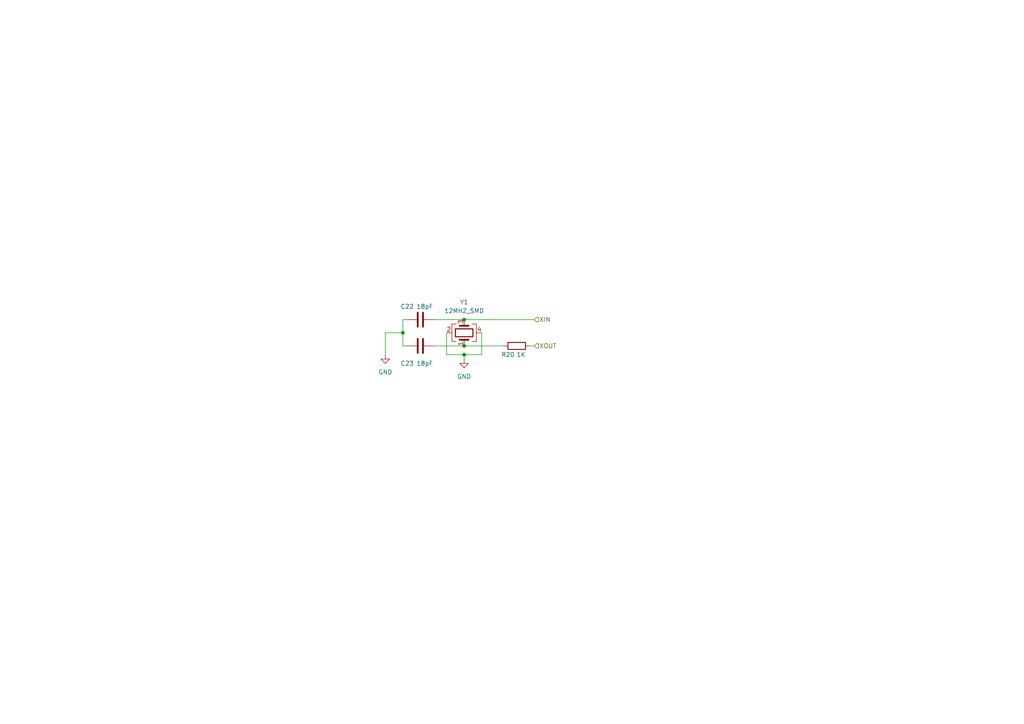
<source format=kicad_sch>
(kicad_sch (version 20211123) (generator eeschema)
  (paper "A4")
  (lib_symbols
    (symbol "Device:C" (pin_numbers hide) (pin_names (offset 0.254))
      (property "Reference" "C" (at 0.635 2.54 0))
      (property "Value" "C" (at 0.635 -2.54 0))
      (symbol "C_0_1"
        (polyline (pts (xy -2.032 -0.762) (xy 2.032 -0.762)) (stroke (width 0.508)))
        (polyline (pts (xy -2.032 0.762) (xy 2.032 0.762)) (stroke (width 0.508)))
      )
      (symbol "C_1_1"
        (pin passive line (at 0 3.81 270) (length 2.794) (name "~") (number "1"))
        (pin passive line (at 0 -3.81 90) (length 2.794) (name "~") (number "2"))
      )
    )
    (symbol "Device:Crystal_GND24" (pin_names (offset 1.016) hide)
      (property "Reference" "Y" (at 3.175 5.08 0))
      (property "Value" "Crystal_GND24" (at 3.175 3.175 0))
      (symbol "Crystal_GND24_0_1"
        (rectangle (start -1.143 2.54) (end 1.143 -2.54) (stroke (width 0.3048)))
        (polyline (pts (xy -2.54 0) (xy -2.032 0)))
        (polyline (pts (xy -2.032 -1.27) (xy -2.032 1.27)) (stroke (width 0.508)))
        (polyline (pts (xy 0 -3.81) (xy 0 -3.556)))
        (polyline (pts (xy 0 3.556) (xy 0 3.81)))
        (polyline (pts (xy 2.032 -1.27) (xy 2.032 1.27)) (stroke (width 0.508)))
        (polyline (pts (xy 2.032 0) (xy 2.54 0)))
        (polyline (pts (xy -2.54 -2.286) (xy -2.54 -3.556) (xy 2.54 -3.556) (xy 2.54 -2.286)))
        (polyline (pts (xy -2.54 2.286) (xy -2.54 3.556) (xy 2.54 3.556) (xy 2.54 2.286)))
      )
      (symbol "Crystal_GND24_1_1"
        (pin passive line (at -3.81 0 0) (length 1.27) (name "1") (number "1"))
        (pin passive line (at 0 5.08 270) (length 1.27) (name "2") (number "2"))
        (pin passive line (at 3.81 0 180) (length 1.27) (name "3") (number "3"))
        (pin passive line (at 0 -5.08 90) (length 1.27) (name "4") (number "4"))
      )
    )
    (symbol "Device:R" (pin_numbers hide) (pin_names (offset 0))
      (property "Reference" "R" (at 2.032 0 90))
      (property "Value" "R" (at 0 0 90))
      (symbol "R_0_1"
        (rectangle (start -1.016 -2.54) (end 1.016 2.54) (stroke (width 0.254)))
      )
      (symbol "R_1_1"
        (pin passive line (at 0 3.81 270) (length 1.27) (name "~") (number "1"))
        (pin passive line (at 0 -3.81 90) (length 1.27) (name "~") (number "2"))
      )
    )
    (symbol "power:GND" (power) (pin_names (offset 0))
      (property "Value" "GND" (at 0 -3.81 0))
      (symbol "GND_0_1"
        (polyline (pts (xy 0 0) (xy 0 -1.27) (xy 1.27 -1.27) (xy 0 -2.54) (xy -1.27 -1.27) (xy 0 -1.27)))
      )
      (symbol "GND_1_1"
        (pin power_in line (at 0 0 270) (length 0) hide (name "GND") (number "1"))
      )
    )
  )
  (junction (at 134.62 102.87))
  (junction (at 134.62 92.71))
  (junction (at 116.84 96.52))
  (junction (at 134.62 100.33))
  (wire (pts (xy 139.7 102.87) (xy 134.62 102.87)))
  (wire (pts (xy 116.84 100.33) (xy 116.84 96.52)))
  (wire (pts (xy 129.54 96.52) (xy 129.54 102.87)))
  (wire (pts (xy 116.84 96.52) (xy 111.76 96.52)))
  (wire (pts (xy 134.62 100.33) (xy 146.05 100.33)))
  (wire (pts (xy 134.62 102.87) (xy 129.54 102.87)))
  (wire (pts (xy 116.84 92.71) (xy 118.11 92.71)))
  (wire (pts (xy 139.7 96.52) (xy 139.7 102.87)))
  (wire (pts (xy 125.73 92.71) (xy 134.62 92.71)))
  (wire (pts (xy 111.76 96.52) (xy 111.76 102.87)))
  (wire (pts (xy 118.11 100.33) (xy 116.84 100.33)))
  (wire (pts (xy 134.62 104.14) (xy 134.62 102.87)))
  (wire (pts (xy 116.84 96.52) (xy 116.84 92.71)))
  (wire (pts (xy 125.73 100.33) (xy 134.62 100.33)))
  (wire (pts (xy 153.67 100.33) (xy 154.94 100.33)))
  (wire (pts (xy 134.62 92.71) (xy 154.94 92.71)))
  (hierarchical_label "XIN" (shape input) (at 154.94 92.71 0))
  (hierarchical_label "XOUT" (shape input) (at 154.94 100.33 0))
  (symbol (lib_id "Device:Crystal_GND24") (at 134.62 96.52 90) (unit 1)
    (property "Reference" "Y1" (at 134.62 87.63 90))
    (property "Value" "12MHZ_SMD" (at 134.62 90.17 90))
    (property "Footprint" "Crystal:Crystal_SMD_3225-4Pin_3.2x2.5mm" (effects hide))
    (property "LCSC" "C9002" (effects hide))
  )
  (symbol (lib_id "Device:C") (at 121.92 100.33 90) (unit 1)
    (property "Reference" "C23" (at 118.11 105.41 90))
    (property "Value" "18pF" (at 123.19 105.41 90))
    (property "Footprint" "Capacitor_SMD:C_0603_1608Metric" (effects hide))
    (property "LCSC" "C1647" (effects hide))
  )
  (symbol (lib_id "Device:R") (at 149.86 100.33 90) (unit 1)
    (property "Reference" "R20" (at 147.32 102.87 90))
    (property "Value" "1K" (at 151.13 102.87 90))
    (property "Footprint" "Resistor_SMD:R_0603_1608Metric" (effects hide))
    (property "LCSC" "C21190" (effects hide))
  )
  (symbol (lib_id "power:GND") (at 111.76 102.87 0) (unit 1)
    (property "Reference" "#PWR048" (effects hide))
    (property "Value" "GND" (at 111.76 107.95 0))
  )
  (symbol (lib_id "power:GND") (at 134.62 104.14 0) (unit 1)
    (property "Reference" "#PWR049" (effects hide))
    (property "Value" "GND" (at 134.62 109.22 0))
  )
  (symbol (lib_id "Device:C") (at 121.92 92.71 90) (unit 1)
    (property "Reference" "C22" (at 118.11 88.9 90))
    (property "Value" "18pF" (at 123.19 88.9 90))
    (property "Footprint" "Capacitor_SMD:C_0603_1608Metric" (effects hide))
    (property "LCSC" "C1647" (effects hide))
  )
)
</source>
